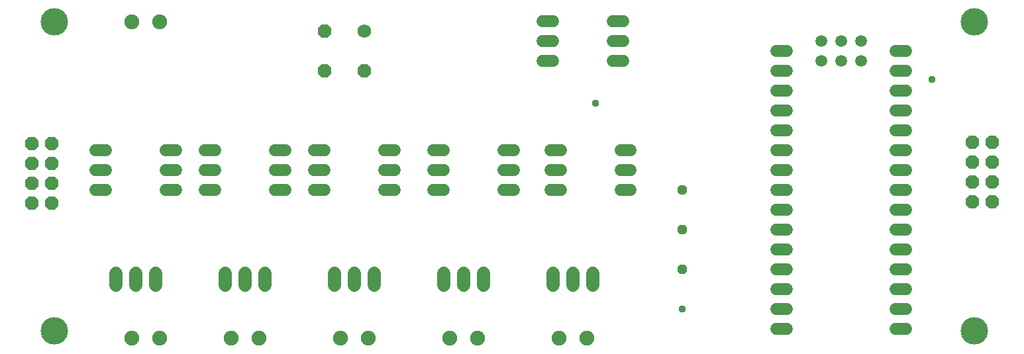
<source format=gbr>
G04 EAGLE Gerber RS-274X export*
G75*
%MOMM*%
%FSLAX34Y34*%
%LPD*%
%INSoldermask Bottom*%
%IPPOS*%
%AMOC8*
5,1,8,0,0,1.08239X$1,22.5*%
G01*
%ADD10C,3.503200*%
%ADD11C,1.727200*%
%ADD12P,1.869504X8X292.500000*%
%ADD13P,1.869504X8X112.500000*%
%ADD14P,1.869504X8X202.500000*%
%ADD15C,1.524000*%
%ADD16C,1.727200*%
%ADD17C,1.511200*%
%ADD18C,1.511200*%
%ADD19C,1.903200*%
%ADD20C,0.959600*%
%ADD21P,1.302332X8X22.500000*%


D10*
X48000Y444000D03*
X48000Y48000D03*
X1224000Y48000D03*
X1224000Y444000D03*
D11*
X444500Y431800D03*
D12*
X444500Y381000D03*
D13*
X393700Y381000D03*
D14*
X393700Y431800D03*
D15*
X114300Y279400D02*
X101092Y279400D01*
X101092Y254000D02*
X114300Y254000D01*
X190500Y254000D02*
X203708Y254000D01*
X203708Y279400D02*
X190500Y279400D01*
X114300Y228600D02*
X101092Y228600D01*
X190500Y228600D02*
X203708Y228600D01*
X672592Y444500D02*
X685800Y444500D01*
X685800Y419100D02*
X672592Y419100D01*
X762000Y419100D02*
X775208Y419100D01*
X775208Y444500D02*
X762000Y444500D01*
X685800Y393700D02*
X672592Y393700D01*
X762000Y393700D02*
X775208Y393700D01*
X695800Y279400D02*
X682592Y279400D01*
X682592Y254000D02*
X695800Y254000D01*
X772000Y254000D02*
X785208Y254000D01*
X785208Y279400D02*
X772000Y279400D01*
X695800Y228600D02*
X682592Y228600D01*
X772000Y228600D02*
X785208Y228600D01*
X254000Y279400D02*
X240792Y279400D01*
X240792Y254000D02*
X254000Y254000D01*
X330200Y254000D02*
X343408Y254000D01*
X343408Y279400D02*
X330200Y279400D01*
X254000Y228600D02*
X240792Y228600D01*
X330200Y228600D02*
X343408Y228600D01*
X380492Y279400D02*
X393700Y279400D01*
X393700Y254000D02*
X380492Y254000D01*
X469900Y254000D02*
X483108Y254000D01*
X483108Y279400D02*
X469900Y279400D01*
X393700Y228600D02*
X380492Y228600D01*
X469900Y228600D02*
X483108Y228600D01*
X532892Y279400D02*
X546100Y279400D01*
X546100Y254000D02*
X532892Y254000D01*
X622300Y254000D02*
X635508Y254000D01*
X635508Y279400D02*
X622300Y279400D01*
X546100Y228600D02*
X532892Y228600D01*
X622300Y228600D02*
X635508Y228600D01*
D16*
X177800Y121920D02*
X177800Y106680D01*
X152400Y106680D02*
X152400Y121920D01*
X127000Y121920D02*
X127000Y106680D01*
X736600Y106680D02*
X736600Y121920D01*
X711200Y121920D02*
X711200Y106680D01*
X685800Y106680D02*
X685800Y121920D01*
X317500Y121920D02*
X317500Y106680D01*
X292100Y106680D02*
X292100Y121920D01*
X266700Y121920D02*
X266700Y106680D01*
X457200Y106680D02*
X457200Y121920D01*
X431800Y121920D02*
X431800Y106680D01*
X406400Y106680D02*
X406400Y121920D01*
X596900Y121920D02*
X596900Y106680D01*
X571500Y106680D02*
X571500Y121920D01*
X546100Y121920D02*
X546100Y106680D01*
D17*
X971360Y406400D02*
X984440Y406400D01*
X984440Y381000D02*
X971360Y381000D01*
X971360Y355600D02*
X984440Y355600D01*
X984440Y330200D02*
X971360Y330200D01*
X971360Y304800D02*
X984440Y304800D01*
X984440Y279400D02*
X971360Y279400D01*
X971360Y254000D02*
X984440Y254000D01*
X984440Y228600D02*
X971360Y228600D01*
X971360Y203200D02*
X984440Y203200D01*
X984440Y177800D02*
X971360Y177800D01*
X971360Y152400D02*
X984440Y152400D01*
X984440Y127000D02*
X971360Y127000D01*
X1123760Y406400D02*
X1136840Y406400D01*
X1136840Y381000D02*
X1123760Y381000D01*
X1123760Y355600D02*
X1136840Y355600D01*
X1136840Y203200D02*
X1123760Y203200D01*
X1123760Y177800D02*
X1136840Y177800D01*
X1136840Y152400D02*
X1123760Y152400D01*
X1123760Y127000D02*
X1136840Y127000D01*
X1136840Y50800D02*
X1123760Y50800D01*
X984440Y50800D02*
X971360Y50800D01*
X971360Y76200D02*
X984440Y76200D01*
X984440Y101600D02*
X971360Y101600D01*
X1123760Y76200D02*
X1136840Y76200D01*
X1136840Y101600D02*
X1123760Y101600D01*
X1123760Y330200D02*
X1136840Y330200D01*
D18*
X1079500Y393700D03*
X1054100Y393700D03*
X1028700Y393700D03*
D17*
X1123760Y228600D02*
X1136840Y228600D01*
X1136840Y254000D02*
X1123760Y254000D01*
X1123760Y279400D02*
X1136840Y279400D01*
X1136840Y304800D02*
X1123760Y304800D01*
D18*
X1079500Y419100D03*
X1054100Y419100D03*
X1028700Y419100D03*
D13*
X44800Y211900D03*
X44800Y237300D03*
X44800Y262700D03*
X44800Y288100D03*
X19400Y211900D03*
X19400Y237300D03*
X19400Y262700D03*
X19400Y288100D03*
D19*
X182600Y39100D03*
X147600Y39100D03*
X147600Y443500D03*
X182600Y443500D03*
X728700Y39100D03*
X693700Y39100D03*
X309600Y39100D03*
X274600Y39100D03*
X449300Y39100D03*
X414300Y39100D03*
X589000Y39100D03*
X554000Y39100D03*
D13*
X1221900Y213200D03*
X1221900Y238600D03*
X1221900Y264000D03*
X1221900Y289400D03*
X1247300Y213200D03*
X1247300Y238600D03*
X1247300Y264000D03*
X1247300Y289400D03*
D20*
X1170000Y370000D03*
X740000Y340000D03*
X850900Y76200D03*
D21*
X850900Y127000D03*
X850900Y177800D03*
X850900Y228600D03*
M02*

</source>
